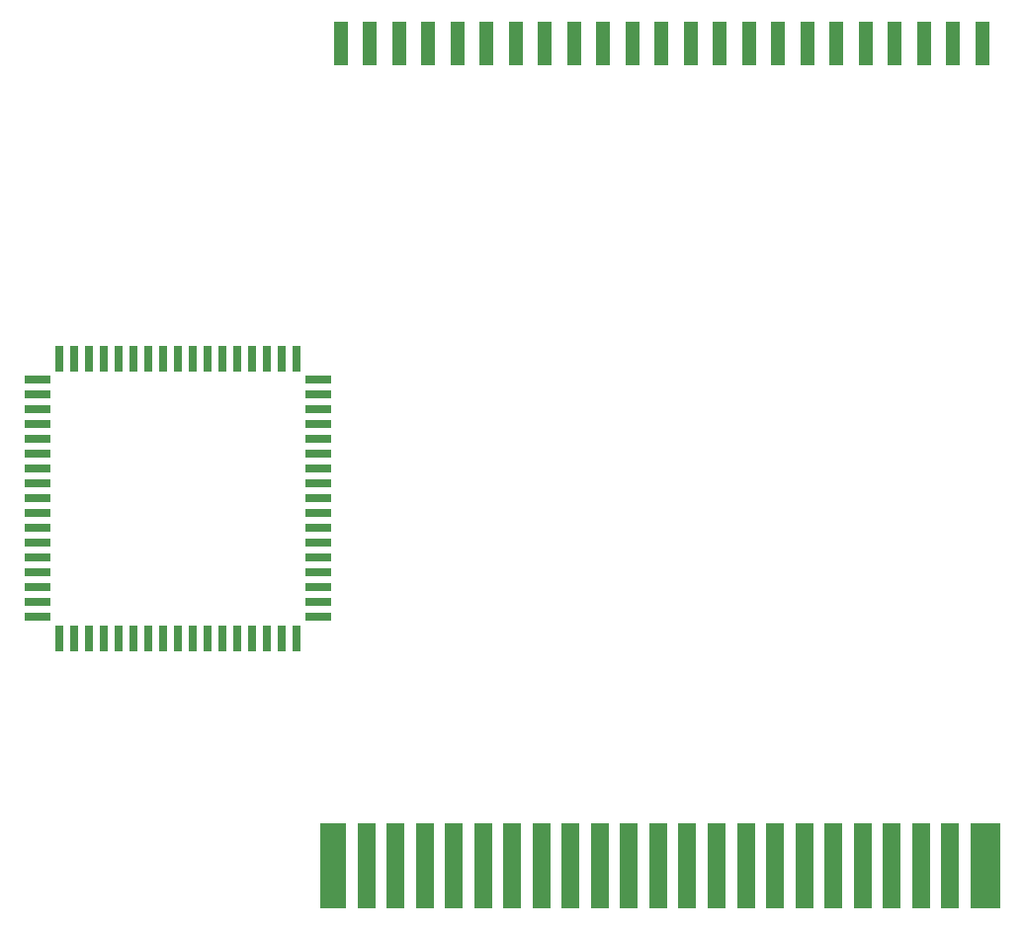
<source format=gbr>
%TF.GenerationSoftware,KiCad,Pcbnew,(6.0.2)*%
%TF.CreationDate,2022-11-25T01:59:39-06:00*%
%TF.ProjectId,Game Genie v1.0,47616d65-2047-4656-9e69-652076312e30,rev?*%
%TF.SameCoordinates,Original*%
%TF.FileFunction,Paste,Top*%
%TF.FilePolarity,Positive*%
%FSLAX46Y46*%
G04 Gerber Fmt 4.6, Leading zero omitted, Abs format (unit mm)*
G04 Created by KiCad (PCBNEW (6.0.2)) date 2022-11-25 01:59:39*
%MOMM*%
%LPD*%
G01*
G04 APERTURE LIST*
%ADD10R,1.300000X3.800000*%
%ADD11R,0.750000X2.300000*%
%ADD12R,2.300000X0.750000*%
%ADD13R,2.250000X7.350000*%
%ADD14R,1.500000X7.350000*%
%ADD15R,2.500000X7.350000*%
G04 APERTURE END LIST*
D10*
%TO.C,J1*%
X117768000Y-63196000D03*
X120265727Y-63196000D03*
X122763454Y-63196000D03*
X125261181Y-63196000D03*
X127758908Y-63196000D03*
X130256635Y-63196000D03*
X132754362Y-63196000D03*
X135252089Y-63196000D03*
X137749816Y-63196000D03*
X140247543Y-63196000D03*
X142745270Y-63196000D03*
X145242997Y-63196000D03*
X147740724Y-63196000D03*
X150238451Y-63196000D03*
X152736178Y-63196000D03*
X155233905Y-63196000D03*
X157731632Y-63196000D03*
X160229359Y-63196000D03*
X162727086Y-63196000D03*
X165224813Y-63196000D03*
X167722540Y-63196000D03*
X170220267Y-63196000D03*
X172718000Y-63196000D03*
%TD*%
D11*
%TO.C,U1*%
X103815000Y-114148000D03*
X105085000Y-114148000D03*
X106355000Y-114148000D03*
X107625000Y-114148000D03*
X108895000Y-114148000D03*
X110165000Y-114148000D03*
X111435000Y-114148000D03*
X112705000Y-114148000D03*
X113975000Y-114148000D03*
D12*
X115815000Y-112308000D03*
X115815000Y-111038000D03*
X115815000Y-109768000D03*
X115815000Y-108498000D03*
X115815000Y-107228000D03*
X115815000Y-105958000D03*
X115815000Y-104688000D03*
X115815000Y-103418000D03*
X115815000Y-102148000D03*
X115815000Y-100878000D03*
X115815000Y-99608000D03*
X115815000Y-98338000D03*
X115815000Y-97068000D03*
X115815000Y-95798000D03*
X115815000Y-94528000D03*
X115815000Y-93258000D03*
X115815000Y-91988000D03*
D11*
X113975000Y-90148000D03*
X112705000Y-90148000D03*
X111435000Y-90148000D03*
X110165000Y-90148000D03*
X108895000Y-90148000D03*
X107625000Y-90148000D03*
X106355000Y-90148000D03*
X105085000Y-90148000D03*
X103815000Y-90148000D03*
X102545000Y-90148000D03*
X101275000Y-90148000D03*
X100005000Y-90148000D03*
X98735000Y-90148000D03*
X97465000Y-90148000D03*
X96195000Y-90148000D03*
X94925000Y-90148000D03*
X93655000Y-90148000D03*
D12*
X91815000Y-91988000D03*
X91815000Y-93258000D03*
X91815000Y-94528000D03*
X91815000Y-95798000D03*
X91815000Y-97068000D03*
X91815000Y-98338000D03*
X91815000Y-99608000D03*
X91815000Y-100878000D03*
X91815000Y-102148000D03*
X91815000Y-103418000D03*
X91815000Y-104688000D03*
X91815000Y-105958000D03*
X91815000Y-107228000D03*
X91815000Y-108498000D03*
X91815000Y-109768000D03*
X91815000Y-111038000D03*
X91815000Y-112308000D03*
D11*
X93655000Y-114148000D03*
X94925000Y-114148000D03*
X96195000Y-114148000D03*
X97465000Y-114148000D03*
X98735000Y-114148000D03*
X100005000Y-114148000D03*
X101275000Y-114148000D03*
X102545000Y-114148000D03*
%TD*%
D13*
%TO.C,P1*%
X117084000Y-133626000D03*
D14*
X119959000Y-133626000D03*
X122459000Y-133626000D03*
X124959000Y-133626000D03*
X127459000Y-133626000D03*
X129959000Y-133626000D03*
X132459000Y-133626000D03*
X134959000Y-133626000D03*
X137459000Y-133626000D03*
X139959000Y-133626000D03*
X142459000Y-133626000D03*
X144959000Y-133626000D03*
X147459000Y-133626000D03*
X149959000Y-133626000D03*
X152459000Y-133626000D03*
X154959000Y-133626000D03*
X157459000Y-133626000D03*
X159959000Y-133626000D03*
X162459000Y-133626000D03*
X164959000Y-133626000D03*
X167459000Y-133626000D03*
X169959000Y-133626000D03*
D15*
X172959000Y-133626000D03*
%TD*%
M02*

</source>
